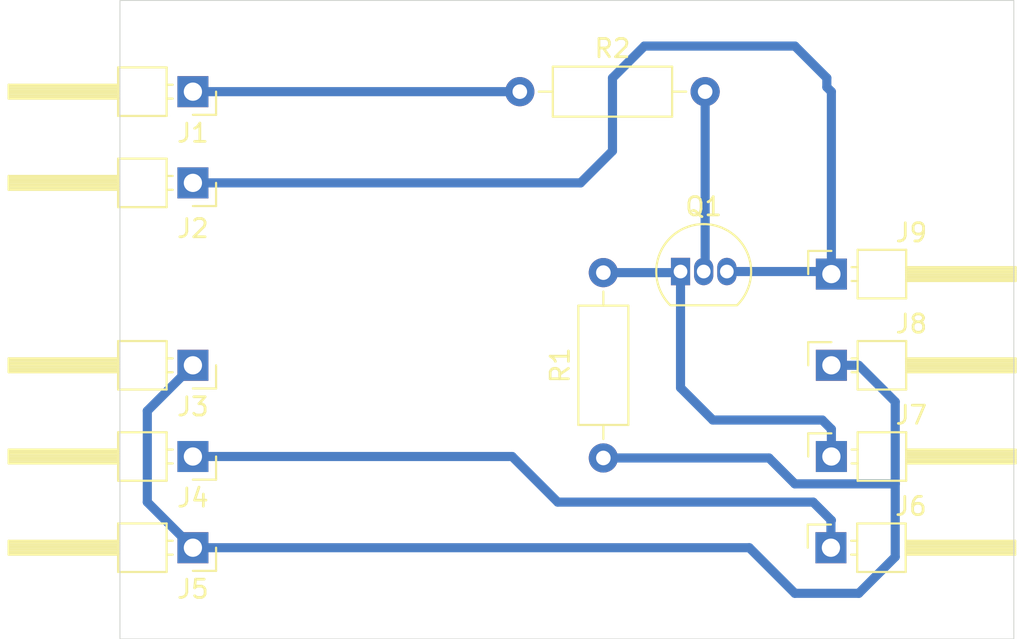
<source format=kicad_pcb>
(kicad_pcb (version 20240108) (generator "pcbnew") (generator_version "8.0")
  (layers (0 "F.Cu" signal) (31 "B.Cu" signal) (34 "B.Paste" user) (35 "F.Paste" user) (36 "B.SilkS" user "B.Silkscreen") (37 "F.SilkS" user "F.Silkscreen") (38 "B.Mask" user) (39 "F.Mask" user) (44 "Edge.Cuts" user))
  (net 0 "")
  (net 1 "Net-(J1-Pin_1)")
  (net 2 "Net-(J2-Pin_1)")
  (net 3 "Net-(J3-Pin_1)")
  (net 4 "Net-(J4-Pin_1)")
  (net 5 "Net-(J7-Pin_1)")
  (net 6 "Net-(Q1-B)")
  (footprint "Connector_PinHeader_2.54mm:PinHeader_1x01_P2.54mm_Horizontal" (layer "F.Cu") (at 100 110 180)
    (property "Reference" "J3" (at 0 -2.27 360) (layer "F.SilkS"))
    (property "Value" "RTS")
    (fp_line (start 10.1 0.38) (end 4.1 0.38) (stroke (width 0.12)) (layer "F.SilkS"))
    (fp_line (start 10.1 -0.38) (end 10.1 0.38) (stroke (width 0.12)) (layer "F.SilkS"))
    (fp_line (start 4.1 1.33) (end 4.1 -1.33) (stroke (width 0.12)) (layer "F.SilkS"))
    (fp_line (start 4.1 0.28) (end 10.1 0.28) (stroke (width 0.12)) (layer "F.SilkS"))
    (fp_line (start 4.1 0.16) (end 10.1 0.16) (stroke (width 0.12)) (layer "F.SilkS"))
    (fp_line (start 4.1 0.04) (end 10.1 0.04) (stroke (width 0.12)) (layer "F.SilkS"))
    (fp_line (start 4.1 -0.08) (end 10.1 -0.08) (stroke (width 0.12)) (layer "F.SilkS"))
    (fp_line (start 4.1 -0.2) (end 10.1 -0.2) (stroke (width 0.12)) (layer "F.SilkS"))
    (fp_line (start 4.1 -0.32) (end 10.1 -0.32) (stroke (width 0.12)) (layer "F.SilkS"))
    (fp_line (start 4.1 -0.38) (end 10.1 -0.38) (stroke (width 0.12)) (layer "F.SilkS"))
    (fp_line (start 4.1 -1.33) (end 1.44 -1.33) (stroke (width 0.12)) (layer "F.SilkS"))
    (fp_line (start 1.44 1.33) (end 4.1 1.33) (stroke (width 0.12)) (layer "F.SilkS"))
    (fp_line (start 1.44 -1.33) (end 1.44 1.33) (stroke (width 0.12)) (layer "F.SilkS"))
    (fp_line (start 1.11 0.38) (end 1.44 0.38) (stroke (width 0.12)) (layer "F.SilkS"))
    (fp_line (start 1.11 -0.38) (end 1.44 -0.38) (stroke (width 0.12)) (layer "F.SilkS"))
    (fp_line (start -1.27 0) (end -1.27 -1.27) (stroke (width 0.12)) (layer "F.SilkS"))
    (fp_line (start -1.27 -1.27) (end 0 -1.27) (stroke (width 0.12)) (layer "F.SilkS"))
    (pad "1" thru_hole rect (at 0 0 180) (size 1.7 1.7) (drill 1) (layers "*.Cu" "*.Mask") (net 3 "Net-(J3-Pin_1)"))
  )
  (footprint "Connector_PinHeader_2.54mm:PinHeader_1x01_P2.54mm_Horizontal" (layer "F.Cu") (at 100 100 180)
    (property "Reference" "J2" (at 0 -2.5 360) (layer "F.SilkS"))
    (property "Value" "DTR")
    (fp_line (start 10.1 0.38) (end 4.1 0.38) (stroke (width 0.12)) (layer "F.SilkS"))
    (fp_line (start 10.1 -0.38) (end 10.1 0.38) (stroke (width 0.12)) (layer "F.SilkS"))
    (fp_line (start 4.1 1.33) (end 4.1 -1.33) (stroke (width 0.12)) (layer "F.SilkS"))
    (fp_line (start 4.1 0.28) (end 10.1 0.28) (stroke (width 0.12)) (layer "F.SilkS"))
    (fp_line (start 4.1 0.16) (end 10.1 0.16) (stroke (width 0.12)) (layer "F.SilkS"))
    (fp_line (start 4.1 0.04) (end 10.1 0.04) (stroke (width 0.12)) (layer "F.SilkS"))
    (fp_line (start 4.1 -0.08) (end 10.1 -0.08) (stroke (width 0.12)) (layer "F.SilkS"))
    (fp_line (start 4.1 -0.2) (end 10.1 -0.2) (stroke (width 0.12)) (layer "F.SilkS"))
    (fp_line (start 4.1 -0.32) (end 10.1 -0.32) (stroke (width 0.12)) (layer "F.SilkS"))
    (fp_line (start 4.1 -0.38) (end 10.1 -0.38) (stroke (width 0.12)) (layer "F.SilkS"))
    (fp_line (start 4.1 -1.33) (end 1.44 -1.33) (stroke (width 0.12)) (layer "F.SilkS"))
    (fp_line (start 1.44 1.33) (end 4.1 1.33) (stroke (width 0.12)) (layer "F.SilkS"))
    (fp_line (start 1.44 -1.33) (end 1.44 1.33) (stroke (width 0.12)) (layer "F.SilkS"))
    (fp_line (start 1.11 0.38) (end 1.44 0.38) (stroke (width 0.12)) (layer "F.SilkS"))
    (fp_line (start 1.11 -0.38) (end 1.44 -0.38) (stroke (width 0.12)) (layer "F.SilkS"))
    (fp_line (start -1.27 0) (end -1.27 -1.27) (stroke (width 0.12)) (layer "F.SilkS"))
    (fp_line (start -1.27 -1.27) (end 0 -1.27) (stroke (width 0.12)) (layer "F.SilkS"))
    (pad "1" thru_hole rect (at 0 0 180) (size 1.7 1.7) (drill 1) (layers "*.Cu" "*.Mask") (net 2 "Net-(J2-Pin_1)"))
  )
  (footprint "Connector_PinHeader_2.54mm:PinHeader_1x01_P2.54mm_Horizontal" (layer "F.Cu") (at 100 95 180)
    (property "Reference" "J1" (at 0 -2.27 360) (layer "F.SilkS"))
    (property "Value" "RxD")
    (fp_line (start 10.1 0.38) (end 4.1 0.38) (stroke (width 0.12)) (layer "F.SilkS"))
    (fp_line (start 10.1 -0.38) (end 10.1 0.38) (stroke (width 0.12)) (layer "F.SilkS"))
    (fp_line (start 4.1 1.33) (end 4.1 -1.33) (stroke (width 0.12)) (layer "F.SilkS"))
    (fp_line (start 4.1 0.28) (end 10.1 0.28) (stroke (width 0.12)) (layer "F.SilkS"))
    (fp_line (start 4.1 0.16) (end 10.1 0.16) (stroke (width 0.12)) (layer "F.SilkS"))
    (fp_line (start 4.1 0.04) (end 10.1 0.04) (stroke (width 0.12)) (layer "F.SilkS"))
    (fp_line (start 4.1 -0.08) (end 10.1 -0.08) (stroke (width 0.12)) (layer "F.SilkS"))
    (fp_line (start 4.1 -0.2) (end 10.1 -0.2) (stroke (width 0.12)) (layer "F.SilkS"))
    (fp_line (start 4.1 -0.32) (end 10.1 -0.32) (stroke (width 0.12)) (layer "F.SilkS"))
    (fp_line (start 4.1 -0.38) (end 10.1 -0.38) (stroke (width 0.12)) (layer "F.SilkS"))
    (fp_line (start 4.1 -1.33) (end 1.44 -1.33) (stroke (width 0.12)) (layer "F.SilkS"))
    (fp_line (start 1.44 1.33) (end 4.1 1.33) (stroke (width 0.12)) (layer "F.SilkS"))
    (fp_line (start 1.44 -1.33) (end 1.44 1.33) (stroke (width 0.12)) (layer "F.SilkS"))
    (fp_line (start 1.11 0.38) (end 1.44 0.38) (stroke (width 0.12)) (layer "F.SilkS"))
    (fp_line (start 1.11 -0.38) (end 1.44 -0.38) (stroke (width 0.12)) (layer "F.SilkS"))
    (fp_line (start -1.27 0) (end -1.27 -1.27) (stroke (width 0.12)) (layer "F.SilkS"))
    (fp_line (start -1.27 -1.27) (end 0 -1.27) (stroke (width 0.12)) (layer "F.SilkS"))
    (pad "1" thru_hole rect (at 0 0 180) (size 1.7 1.7) (drill 1) (layers "*.Cu" "*.Mask") (net 1 "Net-(J1-Pin_1)"))
  )
  (footprint "Resistor_THT:R_Axial_DIN0207_L6.3mm_D2.5mm_P10.16mm_Horizontal" (layer "F.Cu") (at 117.92 95)
    (property "Reference" "R2" (at 5.08 -2.37 0) (layer "F.SilkS"))
    (property "Value" "2.2k")
    (fp_line (start 1.04 0) (end 1.81 0) (stroke (width 0.12)) (layer "F.SilkS"))
    (fp_line (start 1.81 -1.37) (end 1.81 1.37) (stroke (width 0.12)) (layer "F.SilkS"))
    (fp_line (start 1.81 1.37) (end 8.35 1.37) (stroke (width 0.12)) (layer "F.SilkS"))
    (fp_line (start 8.35 -1.37) (end 1.81 -1.37) (stroke (width 0.12)) (layer "F.SilkS"))
    (fp_line (start 8.35 1.37) (end 8.35 -1.37) (stroke (width 0.12)) (layer "F.SilkS"))
    (fp_line (start 9.12 0) (end 8.35 0) (stroke (width 0.12)) (layer "F.SilkS"))
    (pad "1" thru_hole circle (at 0 0) (size 1.6 1.6) (drill 0.8) (layers "*.Cu" "*.Mask") (net 1 "Net-(J1-Pin_1)"))
    (pad "2" thru_hole oval (at 10.16 0) (size 1.6 1.6) (drill 0.8) (layers "*.Cu" "*.Mask") (net 6 "Net-(Q1-B)"))
  )
  (footprint "Connector_PinHeader_2.54mm:PinHeader_1x01_P2.54mm_Horizontal" (layer "F.Cu") (at 135 105)
    (property "Reference" "J9" (at 4.385 -2.27 0) (layer "F.SilkS"))
    (property "Value" "5V")
    (fp_line (start -1.27 -1.27) (end 0 -1.27) (stroke (width 0.12)) (layer "F.SilkS"))
    (fp_line (start -1.27 0) (end -1.27 -1.27) (stroke (width 0.12)) (layer "F.SilkS"))
    (fp_line (start 1.11 -0.38) (end 1.44 -0.38) (stroke (width 0.12)) (layer "F.SilkS"))
    (fp_line (start 1.11 0.38) (end 1.44 0.38) (stroke (width 0.12)) (layer "F.SilkS"))
    (fp_line (start 1.44 -1.33) (end 1.44 1.33) (stroke (width 0.12)) (layer "F.SilkS"))
    (fp_line (start 1.44 1.33) (end 4.1 1.33) (stroke (width 0.12)) (layer "F.SilkS"))
    (fp_line (start 4.1 -1.33) (end 1.44 -1.33) (stroke (width 0.12)) (layer "F.SilkS"))
    (fp_line (start 4.1 -0.38) (end 10.1 -0.38) (stroke (width 0.12)) (layer "F.SilkS"))
    (fp_line (start 4.1 -0.32) (end 10.1 -0.32) (stroke (width 0.12)) (layer "F.SilkS"))
    (fp_line (start 4.1 -0.2) (end 10.1 -0.2) (stroke (width 0.12)) (layer "F.SilkS"))
    (fp_line (start 4.1 -0.08) (end 10.1 -0.08) (stroke (width 0.12)) (layer "F.SilkS"))
    (fp_line (start 4.1 0.04) (end 10.1 0.04) (stroke (width 0.12)) (layer "F.SilkS"))
    (fp_line (start 4.1 0.16) (end 10.1 0.16) (stroke (width 0.12)) (layer "F.SilkS"))
    (fp_line (start 4.1 0.28) (end 10.1 0.28) (stroke (width 0.12)) (layer "F.SilkS"))
    (fp_line (start 4.1 1.33) (end 4.1 -1.33) (stroke (width 0.12)) (layer "F.SilkS"))
    (fp_line (start 10.1 -0.38) (end 10.1 0.38) (stroke (width 0.12)) (layer "F.SilkS"))
    (fp_line (start 10.1 0.38) (end 4.1 0.38) (stroke (width 0.12)) (layer "F.SilkS"))
    (pad "1" thru_hole rect (at 0 0) (size 1.7 1.7) (drill 1) (layers "*.Cu" "*.Mask") (net 2 "Net-(J2-Pin_1)"))
  )
  (footprint "Package_TO_SOT_THT:TO-92_Inline" (layer "F.Cu") (at 126.73 104.86)
    (property "Reference" "Q1" (at 1.27 -3.56 0) (layer "F.SilkS"))
    (property "Value" "BC558")
    (fp_line (start -0.53 1.85) (end 3.07 1.85) (stroke (width 0.12)) (layer "F.SilkS"))
    (fp_arc (start -0.568478 1.838478) (mid -1.132087 -0.994977) (end 1.27 -2.6) (stroke (width 0.12)) (layer "F.SilkS"))
    (fp_arc (start 1.27 -2.6) (mid 3.672087 -0.994977) (end 3.108478 1.838478) (stroke (width 0.12)) (layer "F.SilkS"))
    (pad "1" thru_hole rect (at 0 0) (size 1.05 1.5) (drill 0.75) (layers "*.Cu" "*.Mask") (net 5 "Net-(J7-Pin_1)"))
    (pad "2" thru_hole oval (at 1.27 0) (size 1.05 1.5) (drill 0.75) (layers "*.Cu" "*.Mask") (net 6 "Net-(Q1-B)"))
    (pad "3" thru_hole oval (at 2.54 0) (size 1.05 1.5) (drill 0.75) (layers "*.Cu" "*.Mask") (net 2 "Net-(J2-Pin_1)"))
  )
  (footprint "Resistor_THT:R_Axial_DIN0207_L6.3mm_D2.5mm_P10.16mm_Horizontal" (layer "F.Cu") (at 122.5 115.08 90)
    (property "Reference" "R1" (at 5.08 -2.37 90) (layer "F.SilkS"))
    (property "Value" "220R")
    (fp_line (start 8.35 -1.37) (end 1.81 -1.37) (stroke (width 0.12)) (layer "F.SilkS"))
    (fp_line (start 1.81 -1.37) (end 1.81 1.37) (stroke (width 0.12)) (layer "F.SilkS"))
    (fp_line (start 9.12 0) (end 8.35 0) (stroke (width 0.12)) (layer "F.SilkS"))
    (fp_line (start 1.04 0) (end 1.81 0) (stroke (width 0.12)) (layer "F.SilkS"))
    (fp_line (start 8.35 1.37) (end 8.35 -1.37) (stroke (width 0.12)) (layer "F.SilkS"))
    (fp_line (start 1.81 1.37) (end 8.35 1.37) (stroke (width 0.12)) (layer "F.SilkS"))
    (pad "1" thru_hole circle (at 0 0 90) (size 1.6 1.6) (drill 0.8) (layers "*.Cu" "*.Mask") (net 3 "Net-(J3-Pin_1)"))
    (pad "2" thru_hole oval (at 10.16 0 90) (size 1.6 1.6) (drill 0.8) (layers "*.Cu" "*.Mask") (net 5 "Net-(J7-Pin_1)"))
  )
  (footprint "Connector_PinHeader_2.54mm:PinHeader_1x01_P2.54mm_Horizontal" (layer "F.Cu") (at 135 115)
    (property "Reference" "J7" (at 4.385 -2.27 0) (layer "F.SilkS"))
    (property "Value" "RxD")
    (fp_line (start -1.27 -1.27) (end 0 -1.27) (stroke (width 0.12)) (layer "F.SilkS"))
    (fp_line (start -1.27 0) (end -1.27 -1.27) (stroke (width 0.12)) (layer "F.SilkS"))
    (fp_line (start 1.11 -0.38) (end 1.44 -0.38) (stroke (width 0.12)) (layer "F.SilkS"))
    (fp_line (start 1.11 0.38) (end 1.44 0.38) (stroke (width 0.12)) (layer "F.SilkS"))
    (fp_line (start 1.44 -1.33) (end 1.44 1.33) (stroke (width 0.12)) (layer "F.SilkS"))
    (fp_line (start 1.44 1.33) (end 4.1 1.33) (stroke (width 0.12)) (layer "F.SilkS"))
    (fp_line (start 4.1 -1.33) (end 1.44 -1.33) (stroke (width 0.12)) (layer "F.SilkS"))
    (fp_line (start 4.1 -0.38) (end 10.1 -0.38) (stroke (width 0.12)) (layer "F.SilkS"))
    (fp_line (start 4.1 -0.32) (end 10.1 -0.32) (stroke (width 0.12)) (layer "F.SilkS"))
    (fp_line (start 4.1 -0.2) (end 10.1 -0.2) (stroke (width 0.12)) (layer "F.SilkS"))
    (fp_line (start 4.1 -0.08) (end 10.1 -0.08) (stroke (width 0.12)) (layer "F.SilkS"))
    (fp_line (start 4.1 0.04) (end 10.1 0.04) (stroke (width 0.12)) (layer "F.SilkS"))
    (fp_line (start 4.1 0.16) (end 10.1 0.16) (stroke (width 0.12)) (layer "F.SilkS"))
    (fp_line (start 4.1 0.28) (end 10.1 0.28) (stroke (width 0.12)) (layer "F.SilkS"))
    (fp_line (start 4.1 1.33) (end 4.1 -1.33) (stroke (width 0.12)) (layer "F.SilkS"))
    (fp_line (start 10.1 -0.38) (end 10.1 0.38) (stroke (width 0.12)) (layer "F.SilkS"))
    (fp_line (start 10.1 0.38) (end 4.1 0.38) (stroke (width 0.12)) (layer "F.SilkS"))
    (pad "1" thru_hole rect (at 0 0) (size 1.7 1.7) (drill 1) (layers "*.Cu" "*.Mask") (net 5 "Net-(J7-Pin_1)"))
  )
  (footprint "Connector_PinHeader_2.54mm:PinHeader_1x01_P2.54mm_Horizontal" (layer "F.Cu") (at 100 115 180)
    (property "Reference" "J4" (at 0 -2.27 360) (layer "F.SilkS"))
    (property "Value" "TxD")
    (fp_line (start 10.1 0.38) (end 4.1 0.38) (stroke (width 0.12)) (layer "F.SilkS"))
    (fp_line (start 10.1 -0.38) (end 10.1 0.38) (stroke (width 0.12)) (layer "F.SilkS"))
    (fp_line (start 4.1 1.33) (end 4.1 -1.33) (stroke (width 0.12)) (layer "F.SilkS"))
    (fp_line (start 4.1 0.28) (end 10.1 0.28) (stroke (width 0.12)) (layer "F.SilkS"))
    (fp_line (start 4.1 0.16) (end 10.1 0.16) (stroke (width 0.12)) (layer "F.SilkS"))
    (fp_line (start 4.1 0.04) (end 10.1 0.04) (stroke (width 0.12)) (layer "F.SilkS"))
    (fp_line (start 4.1 -0.08) (end 10.1 -0.08) (stroke (width 0.12)) (layer "F.SilkS"))
    (fp_line (start 4.1 -0.2) (end 10.1 -0.2) (stroke (width 0.12)) (layer "F.SilkS"))
    (fp_line (start 4.1 -0.32) (end 10.1 -0.32) (stroke (width 0.12)) (layer "F.SilkS"))
    (fp_line (start 4.1 -0.38) (end 10.1 -0.38) (stroke (width 0.12)) (layer "F.SilkS"))
    (fp_line (start 4.1 -1.33) (end 1.44 -1.33) (stroke (width 0.12)) (layer "F.SilkS"))
    (fp_line (start 1.44 1.33) (end 4.1 1.33) (stroke (width 0.12)) (layer "F.SilkS"))
    (fp_line (start 1.44 -1.33) (end 1.44 1.33) (stroke (width 0.12)) (layer "F.SilkS"))
    (fp_line (start 1.11 0.38) (end 1.44 0.38) (stroke (width 0.12)) (layer "F.SilkS"))
    (fp_line (start 1.11 -0.38) (end 1.44 -0.38) (stroke (width 0.12)) (layer "F.SilkS"))
    (fp_line (start -1.27 0) (end -1.27 -1.27) (stroke (width 0.12)) (layer "F.SilkS"))
    (fp_line (start -1.27 -1.27) (end 0 -1.27) (stroke (width 0.12)) (layer "F.SilkS"))
    (pad "1" thru_hole rect (at 0 0 180) (size 1.7 1.7) (drill 1) (layers "*.Cu" "*.Mask") (net 4 "Net-(J4-Pin_1)"))
  )
  (footprint "Connector_PinHeader_2.54mm:PinHeader_1x01_P2.54mm_Horizontal" (layer "F.Cu") (at 134.975 120)
    (property "Reference" "J6" (at 4.385 -2.27 0) (layer "F.SilkS"))
    (property "Value" "TxD")
    (fp_line (start -1.27 -1.27) (end 0 -1.27) (stroke (width 0.12)) (layer "F.SilkS"))
    (fp_line (start -1.27 0) (end -1.27 -1.27) (stroke (width 0.12)) (layer "F.SilkS"))
    (fp_line (start 1.11 -0.38) (end 1.44 -0.38) (stroke (width 0.12)) (layer "F.SilkS"))
    (fp_line (start 1.11 0.38) (end 1.44 0.38) (stroke (width 0.12)) (layer "F.SilkS"))
    (fp_line (start 1.44 -1.33) (end 1.44 1.33) (stroke (width 0.12)) (layer "F.SilkS"))
    (fp_line (start 1.44 1.33) (end 4.1 1.33) (stroke (width 0.12)) (layer "F.SilkS"))
    (fp_line (start 4.1 -1.33) (end 1.44 -1.33) (stroke (width 0.12)) (layer "F.SilkS"))
    (fp_line (start 4.1 -0.38) (end 10.1 -0.38) (stroke (width 0.12)) (layer "F.SilkS"))
    (fp_line (start 4.1 -0.32) (end 10.1 -0.32) (stroke (width 0.12)) (layer "F.SilkS"))
    (fp_line (start 4.1 -0.2) (end 10.1 -0.2) (stroke (width 0.12)) (layer "F.SilkS"))
    (fp_line (start 4.1 -0.08) (end 10.1 -0.08) (stroke (width 0.12)) (layer "F.SilkS"))
    (fp_line (start 4.1 0.04) (end 10.1 0.04) (stroke (width 0.12)) (layer "F.SilkS"))
    (fp_line (start 4.1 0.16) (end 10.1 0.16) (stroke (width 0.12)) (layer "F.SilkS"))
    (fp_line (start 4.1 0.28) (end 10.1 0.28) (stroke (width 0.12)) (layer "F.SilkS"))
    (fp_line (start 4.1 1.33) (end 4.1 -1.33) (stroke (width 0.12)) (layer "F.SilkS"))
    (fp_line (start 10.1 -0.38) (end 10.1 0.38) (stroke (width 0.12)) (layer "F.SilkS"))
    (fp_line (start 10.1 0.38) (end 4.1 0.38) (stroke (width 0.12)) (layer "F.SilkS"))
    (pad "1" thru_hole rect (at 0 0) (size 1.7 1.7) (drill 1) (layers "*.Cu" "*.Mask") (net 4 "Net-(J4-Pin_1)"))
  )
  (footprint "Connector_PinHeader_2.54mm:PinHeader_1x01_P2.54mm_Horizontal" (layer "F.Cu") (at 135 110)
    (property "Reference" "J8" (at 4.385 -2.27 0) (layer "F.SilkS"))
    (property "Value" "GND")
    (fp_line (start -1.27 -1.27) (end 0 -1.27) (stroke (width 0.12)) (layer "F.SilkS"))
    (fp_line (start -1.27 0) (end -1.27 -1.27) (stroke (width 0.12)) (layer "F.SilkS"))
    (fp_line (start 1.11 -0.38) (end 1.44 -0.38) (stroke (width 0.12)) (layer "F.SilkS"))
    (fp_line (start 1.11 0.38) (end 1.44 0.38) (stroke (width 0.12)) (layer "F.SilkS"))
    (fp_line (start 1.44 -1.33) (end 1.44 1.33) (stroke (width 0.12)) (layer "F.SilkS"))
    (fp_line (start 1.44 1.33) (end 4.1 1.33) (stroke (width 0.12)) (layer "F.SilkS"))
    (fp_line (start 4.1 -1.33) (end 1.44 -1.33) (stroke (width 0.12)) (layer "F.SilkS"))
    (fp_line (start 4.1 -0.38) (end 10.1 -0.38) (stroke (width 0.12)) (layer "F.SilkS"))
    (fp_line (start 4.1 -0.32) (end 10.1 -0.32) (stroke (width 0.12)) (layer "F.SilkS"))
    (fp_line (start 4.1 -0.2) (end 10.1 -0.2) (stroke (width 0.12)) (layer "F.SilkS"))
    (fp_line (start 4.1 -0.08) (end 10.1 -0.08) (stroke (width 0.12)) (layer "F.SilkS"))
    (fp_line (start 4.1 0.04) (end 10.1 0.04) (stroke (width 0.12)) (layer "F.SilkS"))
    (fp_line (start 4.1 0.16) (end 10.1 0.16) (stroke (width 0.12)) (layer "F.SilkS"))
    (fp_line (start 4.1 0.28) (end 10.1 0.28) (stroke (width 0.12)) (layer "F.SilkS"))
    (fp_line (start 4.1 1.33) (end 4.1 -1.33) (stroke (width 0.12)) (layer "F.SilkS"))
    (fp_line (start 10.1 -0.38) (end 10.1 0.38) (stroke (width 0.12)) (layer "F.SilkS"))
    (fp_line (start 10.1 0.38) (end 4.1 0.38) (stroke (width 0.12)) (layer "F.SilkS"))
    (pad "1" thru_hole rect (at 0 0) (size 1.7 1.7) (drill 1) (layers "*.Cu" "*.Mask") (net 3 "Net-(J3-Pin_1)"))
  )
  (footprint "Connector_PinHeader_2.54mm:PinHeader_1x01_P2.54mm_Horizontal" (layer "F.Cu") (at 100 120 180)
    (property "Reference" "J5" (at 0 -2.27 360) (layer "F.SilkS"))
    (property "Value" "GND")
    (fp_line (start 10.1 0.38) (end 4.1 0.38) (stroke (width 0.12)) (layer "F.SilkS"))
    (fp_line (start 10.1 -0.38) (end 10.1 0.38) (stroke (width 0.12)) (layer "F.SilkS"))
    (fp_line (start 4.1 1.33) (end 4.1 -1.33) (stroke (width 0.12)) (layer "F.SilkS"))
    (fp_line (start 4.1 0.28) (end 10.1 0.28) (stroke (width 0.12)) (layer "F.SilkS"))
    (fp_line (start 4.1 0.16) (end 10.1 0.16) (stroke (width 0.12)) (layer "F.SilkS"))
    (fp_line (start 4.1 0.04) (end 10.1 0.04) (stroke (width 0.12)) (layer "F.SilkS"))
    (fp_line (start 4.1 -0.08) (end 10.1 -0.08) (stroke (width 0.12)) (layer "F.SilkS"))
    (fp_line (start 4.1 -0.2) (end 10.1 -0.2) (stroke (width 0.12)) (layer "F.SilkS"))
    (fp_line (start 4.1 -0.32) (end 10.1 -0.32) (stroke (width 0.12)) (layer "F.SilkS"))
    (fp_line (start 4.1 -0.38) (end 10.1 -0.38) (stroke (width 0.12)) (layer "F.SilkS"))
    (fp_line (start 4.1 -1.33) (end 1.44 -1.33) (stroke (width 0.12)) (layer "F.SilkS"))
    (fp_line (start 1.44 1.33) (end 4.1 1.33) (stroke (width 0.12)) (layer "F.SilkS"))
    (fp_line (start 1.44 -1.33) (end 1.44 1.33) (stroke (width 0.12)) (layer "F.SilkS"))
    (fp_line (start 1.11 0.38) (end 1.44 0.38) (stroke (width 0.12)) (layer "F.SilkS"))
    (fp_line (start 1.11 -0.38) (end 1.44 -0.38) (stroke (width 0.12)) (layer "F.SilkS"))
    (fp_line (start -1.27 0) (end -1.27 -1.27) (stroke (width 0.12)) (layer "F.SilkS"))
    (fp_line (start -1.27 -1.27) (end 0 -1.27) (stroke (width 0.12)) (layer "F.SilkS"))
    (pad "1" thru_hole rect (at 0 0 180) (size 1.7 1.7) (drill 1) (layers "*.Cu" "*.Mask") (net 3 "Net-(J3-Pin_1)"))
  )
  (gr_rect (start 96 90) (end 145 125) (stroke (width 0.05)) (fill none) (layer "Edge.Cuts"))
  (segment (start 117.92 95) (end 100 95) (width 0.5) (layer "B.Cu") (net 1))
  (segment (start 121.25 100) (end 123 98.25) (width 0.5) (layer "B.Cu") (net 2))
  (segment (start 134.75 94.75) (end 135 95) (width 0.5) (layer "B.Cu") (net 2))
  (segment (start 135 95) (end 135 105) (width 0.5) (layer "B.Cu") (net 2))
  (segment (start 129.27 104.86) (end 134.86 104.86) (width 0.5) (layer "B.Cu") (net 2))
  (segment (start 134.75 94.25) (end 134.75 94.75) (width 0.5) (layer "B.Cu") (net 2))
  (segment (start 123 98.25) (end 123 94.25) (width 0.5) (layer "B.Cu") (net 2))
  (segment (start 134.86 104.86) (end 135 105) (width 0.5) (layer "B.Cu") (net 2))
  (segment (start 133 92.5) (end 134.75 94.25) (width 0.5) (layer "B.Cu") (net 2))
  (segment (start 100 100) (end 121.25 100) (width 0.5) (layer "B.Cu") (net 2))
  (segment (start 124.75 92.5) (end 133 92.5) (width 0.5) (layer "B.Cu") (net 2))
  (segment (start 123 94.25) (end 124.75 92.5) (width 0.5) (layer "B.Cu") (net 2))
  (segment (start 100.08 109.92) (end 100 110) (width 0.5) (layer "B.Cu") (net 3))
  (segment (start 136.5 110) (end 135 110) (width 0.5) (layer "B.Cu") (net 3))
  (segment (start 97.5 112.5) (end 97.5 117.5) (width 0.5) (layer "B.Cu") (net 3))
  (segment (start 97.5 117.5) (end 100 120) (width 0.5) (layer "B.Cu") (net 3))
  (segment (start 131.58 115.08) (end 133 116.5) (width 0.5) (layer "B.Cu") (net 3))
  (segment (start 130.5 120) (end 133 122.5) (width 0.5) (layer "B.Cu") (net 3))
  (segment (start 138.5 112) (end 136.5 110) (width 0.5) (layer "B.Cu") (net 3))
  (segment (start 134.92 109.92) (end 135 110) (width 0.5) (layer "B.Cu") (net 3))
  (segment (start 133 122.5) (end 136.5 122.5) (width 0.5) (layer "B.Cu") (net 3))
  (segment (start 100 120) (end 130.5 120) (width 0.5) (layer "B.Cu") (net 3))
  (segment (start 138.5 120.5) (end 138.5 116.5) (width 0.5) (layer "B.Cu") (net 3))
  (segment (start 136.5 122.5) (end 138.5 120.5) (width 0.5) (layer "B.Cu") (net 3))
  (segment (start 100 110) (end 97.5 112.5) (width 0.5) (layer "B.Cu") (net 3))
  (segment (start 133 116.5) (end 138.5 116.5) (width 0.5) (layer "B.Cu") (net 3))
  (segment (start 138.5 116.5) (end 138.5 112) (width 0.5) (layer "B.Cu") (net 3))
  (segment (start 122.5 115.08) (end 131.58 115.08) (width 0.5) (layer "B.Cu") (net 3))
  (segment (start 134 117.5) (end 135 118.5) (width 0.5) (layer "B.Cu") (net 4))
  (segment (start 100 115) (end 117.5 115) (width 0.5) (layer "B.Cu") (net 4))
  (segment (start 120 117.5) (end 134 117.5) (width 0.5) (layer "B.Cu") (net 4))
  (segment (start 117.5 115) (end 120 117.5) (width 0.5) (layer "B.Cu") (net 4))
  (segment (start 134.975 118.525) (end 134.975 120) (width 0.5) (layer "B.Cu") (net 4))
  (segment (start 135 118.5) (end 134.975 118.525) (width 0.5) (layer "B.Cu") (net 4))
  (segment (start 126.67 104.92) (end 126.73 104.86) (width 0.5) (layer "B.Cu") (net 5))
  (segment (start 134.5 113) (end 135 113.5) (width 0.5) (layer "B.Cu") (net 5))
  (segment (start 122.5 104.92) (end 126.67 104.92) (width 0.5) (layer "B.Cu") (net 5))
  (segment (start 126.73 104.86) (end 126.73 111.23) (width 0.5) (layer "B.Cu") (net 5))
  (segment (start 128.5 113) (end 134.5 113) (width 0.5) (layer "B.Cu") (net 5))
  (segment (start 126.73 111.23) (end 128.5 113) (width 0.5) (layer "B.Cu") (net 5))
  (segment (start 135 113.5) (end 135 115) (width 0.5) (layer "B.Cu") (net 5))
  (segment (start 128.08 104.78) (end 128 104.86) (width 0.5) (layer "B.Cu") (net 6))
  (segment (start 128.08 95) (end 128.08 104.78) (width 0.5) (layer "B.Cu") (net 6))
)
</source>
